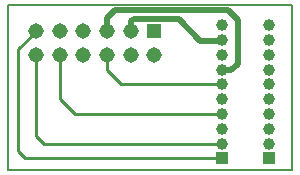
<source format=gtl>
G75*
%MOIN*%
%OFA0B0*%
%FSLAX25Y25*%
%IPPOS*%
%LPD*%
%AMOC8*
5,1,8,0,0,1.08239X$1,22.5*
%
%ADD10C,0.00600*%
%ADD11C,0.05150*%
%ADD12R,0.05150X0.05150*%
%ADD13C,0.03962*%
%ADD14R,0.03962X0.03962*%
%ADD15C,0.01000*%
%ADD16C,0.02000*%
D10*
X0007095Y0001345D02*
X0007038Y0056467D01*
X0101526Y0056467D01*
X0101583Y0001345D01*
X0007095Y0001345D01*
D11*
X0016386Y0039657D03*
X0024260Y0039657D03*
X0032134Y0039657D03*
X0040008Y0039657D03*
X0047882Y0039657D03*
X0055756Y0039657D03*
X0047882Y0047531D03*
X0040008Y0047531D03*
X0032134Y0047531D03*
X0024260Y0047531D03*
X0016386Y0047531D03*
D12*
X0055756Y0047531D03*
D13*
X0078396Y0049510D03*
X0078396Y0044589D03*
X0078396Y0039668D03*
X0078396Y0034747D03*
X0078396Y0029825D03*
X0078396Y0024904D03*
X0078396Y0019983D03*
X0078396Y0015062D03*
X0078396Y0010140D03*
X0094120Y0010143D03*
X0094120Y0015064D03*
X0094120Y0019985D03*
X0094120Y0024906D03*
X0094120Y0029828D03*
X0094120Y0034749D03*
X0094120Y0039670D03*
X0094120Y0044591D03*
X0094120Y0049513D03*
D14*
X0094120Y0005221D03*
X0078396Y0005219D03*
D15*
X0078434Y0005277D02*
X0078447Y0005290D01*
X0078434Y0005277D02*
X0012711Y0005277D01*
X0010348Y0007639D01*
X0010348Y0041497D01*
X0016648Y0047796D01*
X0016465Y0039631D02*
X0016465Y0012545D01*
X0018981Y0010030D01*
X0078269Y0010030D01*
X0078311Y0019970D02*
X0029498Y0019970D01*
X0024333Y0025136D01*
X0024333Y0039641D01*
X0040111Y0039730D02*
X0040111Y0034570D01*
X0044817Y0029863D01*
X0078367Y0029863D01*
D16*
X0078564Y0034698D02*
X0081502Y0034698D01*
X0083577Y0036773D01*
X0083577Y0051464D01*
X0080427Y0054612D01*
X0042632Y0054612D01*
X0040122Y0052139D01*
X0040122Y0047920D01*
X0048144Y0048584D02*
X0048144Y0050946D01*
X0048931Y0051733D01*
X0063892Y0051733D01*
X0071159Y0044466D01*
X0078269Y0044466D01*
M02*

</source>
